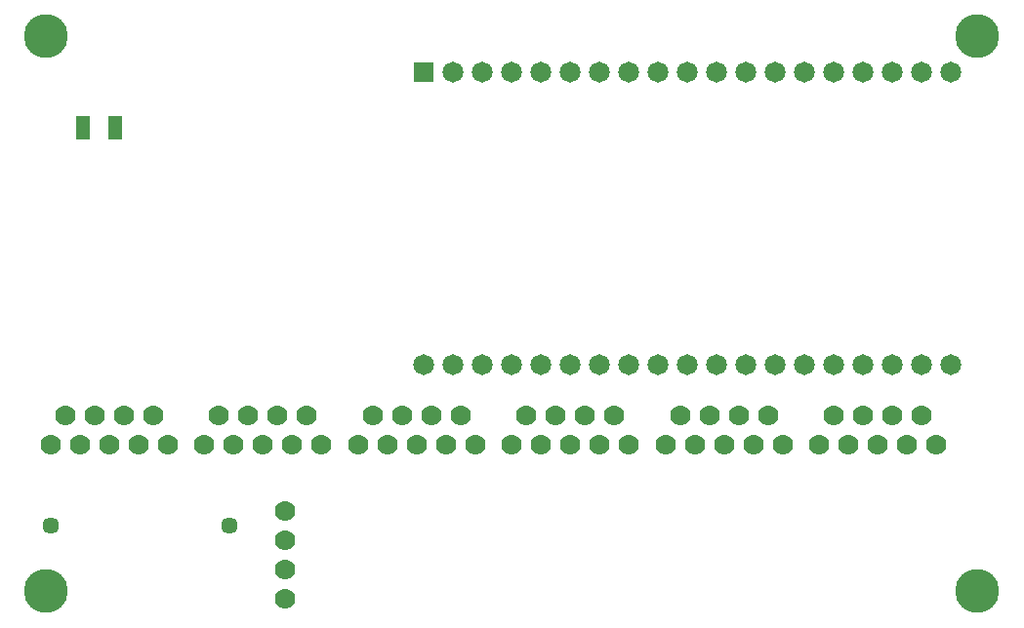
<source format=gbr>
G04 DesignSpark PCB Gerber Version 10.0 Build 5299*
%FSLAX35Y35*%
%MOIN*%
%ADD109R,0.05055X0.08362*%
%ADD106R,0.07142X0.07142*%
%ADD72C,0.05724*%
%ADD108C,0.07000*%
%ADD107C,0.07142*%
%ADD105C,0.15000*%
X0Y0D02*
D02*
D72*
X14100Y35600D03*
X75124D03*
D02*
D105*
X12600Y13100D03*
Y202700D03*
X330600Y13100D03*
Y202700D03*
D02*
D106*
X141305Y190600D03*
D02*
D107*
Y90600D03*
X151305D03*
Y190600D03*
X161305Y90600D03*
Y190600D03*
X171305Y90600D03*
Y190600D03*
X181305Y90600D03*
Y190600D03*
X191305Y90600D03*
Y190600D03*
X201305Y90600D03*
Y190600D03*
X211305Y90600D03*
Y190600D03*
X221305Y90600D03*
Y190600D03*
X231305Y90600D03*
Y190600D03*
X241305Y90600D03*
Y190600D03*
X251305Y90600D03*
Y190600D03*
X261305Y90600D03*
Y190600D03*
X271305Y90600D03*
Y190600D03*
X281305Y90600D03*
Y190600D03*
X291305Y90600D03*
Y190600D03*
X301305Y90600D03*
Y190600D03*
X311305Y90600D03*
Y190600D03*
X321305Y90600D03*
Y190600D03*
D02*
D108*
X14100Y63100D03*
X19100Y73100D03*
X24100Y63100D03*
X29100Y73100D03*
X34100Y63100D03*
X39100Y73100D03*
X44100Y63100D03*
X49100Y73100D03*
X54100Y63100D03*
X66600D03*
X71600Y73100D03*
X76600Y63100D03*
X81600Y73100D03*
X86600Y63100D03*
X91600Y73100D03*
X94100Y10600D03*
Y20600D03*
Y30600D03*
Y40600D03*
X96600Y63100D03*
X101600Y73100D03*
X106600Y63100D03*
X119100D03*
X124100Y73100D03*
X129100Y63100D03*
X134100Y73100D03*
X139100Y63100D03*
X144100Y73100D03*
X149100Y63100D03*
X154100Y73100D03*
X159100Y63100D03*
X171600D03*
X176600Y73100D03*
X181600Y63100D03*
X186600Y73100D03*
X191600Y63100D03*
X196600Y73100D03*
X201600Y63100D03*
X206600Y73100D03*
X211600Y63100D03*
X224100D03*
X229100Y73100D03*
X234100Y63100D03*
X239100Y73100D03*
X244100Y63100D03*
X249100Y73100D03*
X254100Y63100D03*
X259100Y73100D03*
X264100Y63100D03*
X276600D03*
X281600Y73100D03*
X286600Y63100D03*
X291600Y73100D03*
X296600Y63100D03*
X301600Y73100D03*
X306600Y63100D03*
X311600Y73100D03*
X316600Y63100D03*
D02*
D109*
X25009Y171500D03*
X36191D03*
X0Y0D02*
M02*

</source>
